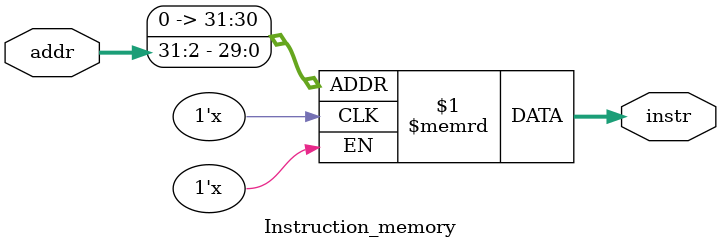
<source format=sv>

module Instruction_memory(
    input logic     [31:0]  addr,
    output logic    [31:0]  instr
);

    logic [31:0] mem [63:0]; 
    /*
    initial begin
        mem[0] = 32'h02500193;
        mem[1] = 32'h02000513;
        mem[2] = 32'h00a1f0b3;
        mem[3] = 32'h00a52023;
        mem[4] = 32'h00452503;
        mem[5] = 32'hfea3cce3;
        mem[6] = 32'h00a1e2b3;
        mem[7] = 32'h40a1d2b3;
    end
    */
    assign instr = mem[addr >> 2];

endmodule


</source>
